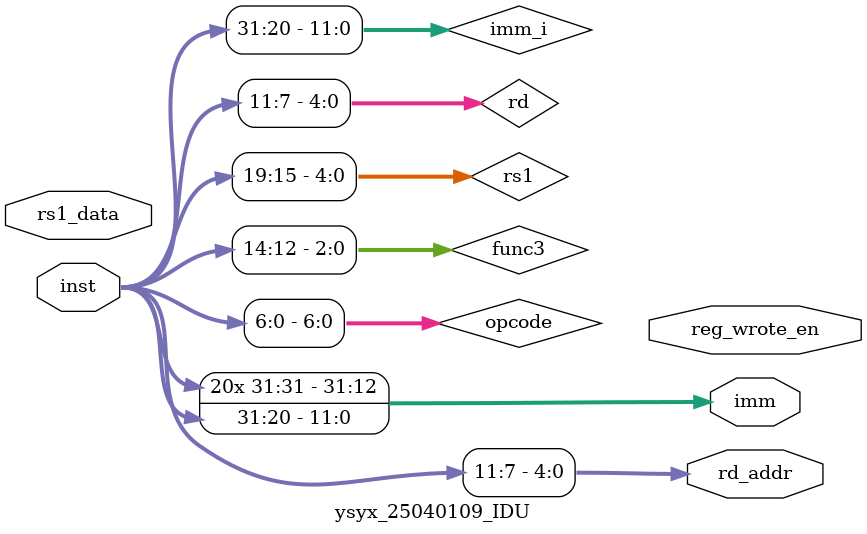
<source format=v>
module ysyx_25040109_IDU(
    input [31:0] inst,
    output [4:0]  rd_addr,
    output [31:0] imm,
    output reg_wrote_en,
    input [31:0] rs1_data
);

    wire [6:0] opcode=inst[6:0];
    wire [2:0] func3=inst[14:12];
    wire [4:0] rs1=inst[19:15];
    wire [4:0] rd=inst[11:7];
    wire [11:0] imm_i=inst[31:20];

    assign imm={{20{imm_i[11]}},imm_i};
    assign rd_addr=rd;
    assign reg_write_en={opcode == 7'b0010011 && func3==3'b000};


endmodule
</source>
